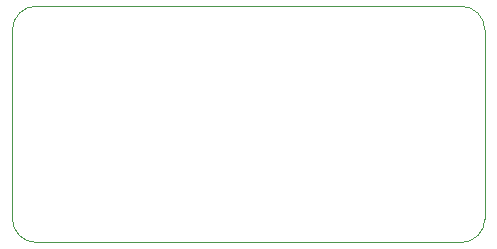
<source format=gbr>
%TF.GenerationSoftware,KiCad,Pcbnew,5.1.10-88a1d61d58~90~ubuntu20.04.1*%
%TF.CreationDate,2021-07-15T12:02:29+05:30*%
%TF.ProjectId,kimchi-uart-adapter,6b696d63-6869-42d7-9561-72742d616461,rev?*%
%TF.SameCoordinates,Original*%
%TF.FileFunction,Profile,NP*%
%FSLAX46Y46*%
G04 Gerber Fmt 4.6, Leading zero omitted, Abs format (unit mm)*
G04 Created by KiCad (PCBNEW 5.1.10-88a1d61d58~90~ubuntu20.04.1) date 2021-07-15 12:02:29*
%MOMM*%
%LPD*%
G01*
G04 APERTURE LIST*
%TA.AperFunction,Profile*%
%ADD10C,0.100000*%
%TD*%
G04 APERTURE END LIST*
D10*
X173850000Y-108380000D02*
X173850000Y-92380000D01*
X173850000Y-108380000D02*
G75*
G02*
X171850000Y-110380000I-2000000J0D01*
G01*
X171850000Y-90380000D02*
X135850000Y-90380000D01*
X171850000Y-90380000D02*
G75*
G02*
X173850000Y-92380000I0J-2000000D01*
G01*
X133850000Y-92380000D02*
X133850000Y-108380000D01*
X133850000Y-92380000D02*
G75*
G02*
X135850000Y-90380000I2000000J0D01*
G01*
X135849999Y-110380000D02*
X171849999Y-110380000D01*
X135850000Y-110380000D02*
G75*
G02*
X133850000Y-108380000I0J2000000D01*
G01*
M02*

</source>
